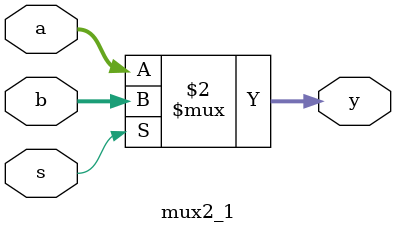
<source format=v>
module mux2_1(a, b, s, y);
	input [7:0] a;
	input [7:0] b;
	input s;
	output [7:0] y;
	
	assign y = (s == 0) ? a : b;
endmodule

</source>
